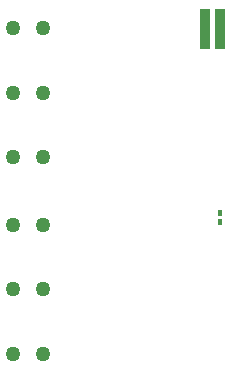
<source format=gbr>
%TF.GenerationSoftware,KiCad,Pcbnew,8.0.0*%
%TF.CreationDate,2024-03-27T12:37:06-02:30*%
%TF.ProjectId,test-receiver,74657374-2d72-4656-9365-697665722e6b,rev?*%
%TF.SameCoordinates,Original*%
%TF.FileFunction,Soldermask,Top*%
%TF.FilePolarity,Negative*%
%FSLAX46Y46*%
G04 Gerber Fmt 4.6, Leading zero omitted, Abs format (unit mm)*
G04 Created by KiCad (PCBNEW 8.0.0) date 2024-03-27 12:37:06*
%MOMM*%
%LPD*%
G01*
G04 APERTURE LIST*
%ADD10C,1.270000*%
%ADD11R,0.903200X3.352800*%
%ADD12R,0.304800X0.558800*%
G04 APERTURE END LIST*
D10*
%TO.C,LED3*%
X110500250Y-70230000D03*
X113040250Y-70230000D03*
%TD*%
%TO.C,LED6*%
X113080000Y-76000000D03*
X110540000Y-76000000D03*
%TD*%
%TO.C,LED5*%
X113080000Y-81445000D03*
X110540000Y-81445000D03*
%TD*%
%TO.C,LED2*%
X110500250Y-64785000D03*
X113040250Y-64785000D03*
%TD*%
%TO.C,LED4*%
X113080000Y-86890000D03*
X110540000Y-86890000D03*
%TD*%
%TO.C,LED1*%
X110500250Y-59340000D03*
X113040250Y-59340000D03*
%TD*%
D11*
%TO.C,R1*%
X126774200Y-59380000D03*
X128030000Y-59380000D03*
%TD*%
D12*
%TO.C,C1*%
X128060000Y-75741000D03*
X128060000Y-74979000D03*
%TD*%
M02*

</source>
